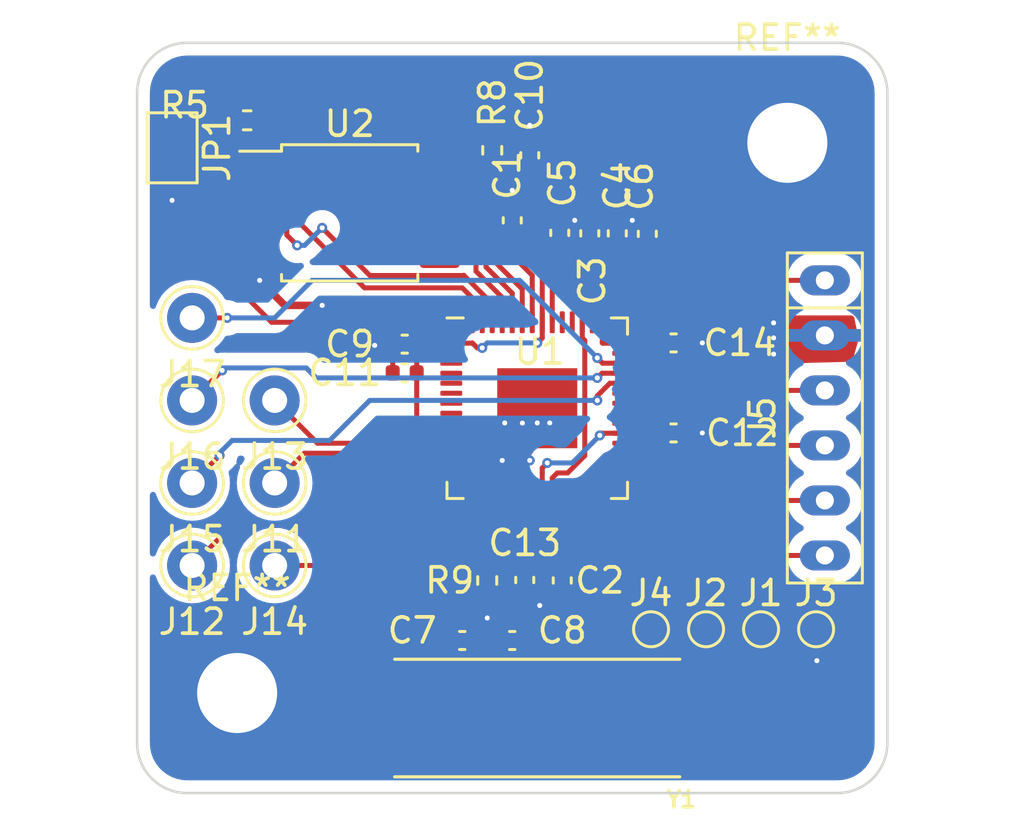
<source format=kicad_pcb>
(kicad_pcb (version 20211014) (generator pcbnew)
  (layers (0 "F.Cu" signal) (31 "B.Cu" signal) (34 "B.Paste" user) (35 "F.Paste" user) (36 "B.SilkS" user "B.Silkscreen") (37 "F.SilkS" user "F.Silkscreen") (38 "B.Mask" user) (39 "F.Mask" user) (44 "Edge.Cuts" user))
  (net 0 "")
  (net 1 "+3V3")
  (net 2 "/GPIO0")
  (net 3 "/GPIO1")
  (net 4 "/GPIO2")
  (net 5 "/GPIO3")
  (net 6 "/GPIO4")
  (net 7 "/GPIO5")
  (net 8 "/GPIO6")
  (net 9 "/GPIO7")
  (net 10 "/GPIO12")
  (net 11 "/GPIO13")
  (net 12 "/GPIO14")
  (net 13 "/GPIO15")
  (net 14 "GND")
  (net 15 "/XTAL_IN")
  (net 16 "/XTAL_OUT")
  (net 17 "+1V1")
  (net 18 "/SWCLK")
  (net 19 "/SWDIO")
  (net 20 "/RESET_N")
  (net 21 "/SPI1_CS_IO9")
  (net 22 "/SPI1_SCK")
  (net 23 "/SPI1_RX")
  (net 24 "/SPI1_TX")
  (net 25 "/GPIO20")
  (net 26 "/GPIO21")
  (net 27 "/GPIO22")
  (net 28 "/GPIO23")
  (net 29 "/GPIO24")
  (net 30 "/GPIO25")
  (net 31 "/GPIO26_ADC0")
  (net 32 "/GPIO27_ADC1")
  (net 33 "/GPIO28_ADC2")
  (net 34 "/GPIO29_ADC3")
  (net 37 "/QSPI_SD3")
  (net 38 "/QSPI_SCLK")
  (net 39 "/QSPI_SD0")
  (net 40 "/QSPI_SD2")
  (net 41 "/QSPI_SD1")
  (net 42 "/QSPI_NSS")
  (net 43 "Net-(C8-Pad2)")
  (net 44 "/BOOTSEL_N")
  (net 45 "/CS")
  (net 46 "/SCLK")
  (net 47 "/RX")
  (net 48 "/TX")
  (footprint "Package_SO:SOIC-8_5.23x5.23mm_P1.27mm" (layer "F.Cu") (at 153.5 81.8)
    (fp_text reference "U2" (at 0 -3.56) (layer "F.SilkS"))
    (fp_text value "W25Q16JVSSIQ")
    (fp_line (start 2.725 2.725) (end 2.725 2.465) (layer "F.SilkS") (width 0.12))
    (fp_line (start 2.725 -2.725) (end 2.725 -2.465) (layer "F.SilkS") (width 0.12))
    (fp_line (start 0 -2.725) (end 2.725 -2.725) (layer "F.SilkS") (width 0.12))
    (fp_line (start -2.725 2.725) (end -2.725 2.465) (layer "F.SilkS") (width 0.12))
    (fp_line (start 0 -2.725) (end -2.725 -2.725) (layer "F.SilkS") (width 0.12))
    (fp_line (start 0 2.725) (end -2.725 2.725) (layer "F.SilkS") (width 0.12))
    (fp_line (start 0 2.725) (end 2.725 2.725) (layer "F.SilkS") (width 0.12))
    (fp_line (start -2.725 -2.465) (end -4.4 -2.465) (layer "F.SilkS") (width 0.12))
    (fp_line (start -2.725 -2.725) (end -2.725 -2.465) (layer "F.SilkS") (width 0.12))
    (pad "1" smd roundrect (at -3.6 -1.905) (size 1.6 0.6) (layers "F.Cu" "F.Paste" "F.Mask") (net 42 "/QSPI_NSS"))
    (pad "2" smd roundrect (at -3.6 -0.635) (size 1.6 0.6) (layers "F.Cu" "F.Paste" "F.Mask") (net 41 "/QSPI_SD1"))
    (pad "3" smd roundrect (at -3.6 0.635) (size 1.6 0.6) (layers "F.Cu" "F.Paste" "F.Mask") (net 40 "/QSPI_SD2"))
    (pad "4" smd roundrect (at -3.6 1.905) (size 1.6 0.6) (layers "F.Cu" "F.Paste" "F.Mask") (net 14 "GND"))
    (pad "5" smd roundrect (at 3.6 1.905) (size 1.6 0.6) (layers "F.Cu" "F.Paste" "F.Mask") (net 39 "/QSPI_SD0"))
    (pad "6" smd roundrect (at 3.6 0.635) (size 1.6 0.6) (layers "F.Cu" "F.Paste" "F.Mask") (net 38 "/QSPI_SCLK"))
    (pad "7" smd roundrect (at 3.6 -0.635) (size 1.6 0.6) (layers "F.Cu" "F.Paste" "F.Mask") (net 37 "/QSPI_SD3"))
    (pad "8" smd roundrect (at 3.6 -1.905) (size 1.6 0.6) (layers "F.Cu" "F.Paste" "F.Mask") (net 1 "+3V3"))
  )
  (footprint "Connector_Pin:Pin_D1.0mm_L10.0mm" (layer "F.Cu") (at 150.5 89.3)
    (fp_text reference "J13" (at 0 2.25) (layer "F.SilkS"))
    (fp_text value "Conn_01x01_Male")
    (fp_circle (center 0 0) (end 1.25 0.05) (layer "F.SilkS") (width 0.12) (fill none))
    (pad "1" thru_hole circle (at 0 0) (size 2 2) (drill 1) (layers *.Cu *.Mask) (net 23 "/SPI1_RX"))
  )
  (footprint "Capacitor_SMD:C_0402_1005Metric" (layer "F.Cu") (at 160 98.9)
    (fp_text reference "C8" (at 2 -0.4) (layer "F.SilkS"))
    (fp_text value "27p")
    (fp_line (start -0.107836 0.36) (end 0.107836 0.36) (layer "F.SilkS") (width 0.12))
    (fp_line (start -0.107836 -0.36) (end 0.107836 -0.36) (layer "F.SilkS") (width 0.12))
    (pad "1" smd roundrect (at -0.48 0) (size 0.56 0.62) (layers "F.Cu" "F.Paste" "F.Mask") (net 14 "GND"))
    (pad "2" smd roundrect (at 0.48 0) (size 0.56 0.62) (layers "F.Cu" "F.Paste" "F.Mask") (net 43 "Net-(C8-Pad2)"))
  )
  (footprint "Capacitor_SMD:C_0402_1005Metric" (layer "F.Cu") (at 164.2 82.62 90)
    (fp_text reference "C4" (at 1.9 0 90) (layer "F.SilkS"))
    (fp_text value "1u" hide)
    (fp_line (start -0.107836 -0.36) (end 0.107836 -0.36) (layer "F.SilkS") (width 0.12))
    (fp_line (start -0.107836 0.36) (end 0.107836 0.36) (layer "F.SilkS") (width 0.12))
    (pad "1" smd roundrect (at -0.48 0 90) (size 0.56 0.62) (layers "F.Cu" "F.Paste" "F.Mask") (net 1 "+3V3"))
    (pad "2" smd roundrect (at 0.48 0 90) (size 0.56 0.62) (layers "F.Cu" "F.Paste" "F.Mask") (net 14 "GND"))
  )
  (footprint "Capacitor_SMD:C_0402_1005Metric" (layer "F.Cu") (at 161.9 82.6 90)
    (fp_text reference "C5" (at 2 0.1 90) (layer "F.SilkS"))
    (fp_text value "100n" hide)
    (fp_line (start -0.107836 0.36) (end 0.107836 0.36) (layer "F.SilkS") (width 0.12))
    (fp_line (start -0.107836 -0.36) (end 0.107836 -0.36) (layer "F.SilkS") (width 0.12))
    (pad "1" smd roundrect (at -0.48 0 90) (size 0.56 0.62) (layers "F.Cu" "F.Paste" "F.Mask") (net 1 "+3V3"))
    (pad "2" smd roundrect (at 0.48 0 90) (size 0.56 0.62) (layers "F.Cu" "F.Paste" "F.Mask") (net 14 "GND"))
  )
  (footprint "TestPoint:TestPoint_Pad_D1.0mm" (layer "F.Cu") (at 169.95 98.45)
    (fp_text reference "J1" (at 0 -1.448) (layer "F.SilkS"))
    (fp_text value "Conn_01x01_Male")
    (fp_circle (center 0 0) (end 0 0.7) (layer "F.SilkS") (width 0.12) (fill none))
    (pad "1" smd circle (at 0 0) (size 1 1) (layers "F.Cu" "F.Mask") (net 20 "/RESET_N"))
  )
  (footprint "Capacitor_SMD:C_0402_1005Metric" (layer "F.Cu") (at 158 98.9 180)
    (fp_text reference "C7" (at 2 0.4) (layer "F.SilkS"))
    (fp_text value "27p")
    (fp_line (start -0.107836 0.36) (end 0.107836 0.36) (layer "F.SilkS") (width 0.12))
    (fp_line (start -0.107836 -0.36) (end 0.107836 -0.36) (layer "F.SilkS") (width 0.12))
    (pad "1" smd roundrect (at -0.48 0 180) (size 0.56 0.62) (layers "F.Cu" "F.Paste" "F.Mask") (net 14 "GND"))
    (pad "2" smd roundrect (at 0.48 0 180) (size 0.56 0.62) (layers "F.Cu" "F.Paste" "F.Mask") (net 15 "/XTAL_IN"))
  )
  (footprint "Capacitor_SMD:C_0402_1005Metric" (layer "F.Cu") (at 165.4 82.64 90)
    (fp_text reference "C6" (at 1.9 -0.3 90) (layer "F.SilkS"))
    (fp_text value "100n")
    (fp_line (start -0.107836 0.36) (end 0.107836 0.36) (layer "F.SilkS") (width 0.12))
    (fp_line (start -0.107836 -0.36) (end 0.107836 -0.36) (layer "F.SilkS") (width 0.12))
    (pad "1" smd roundrect (at -0.48 0 90) (size 0.56 0.62) (layers "F.Cu" "F.Paste" "F.Mask") (net 1 "+3V3"))
    (pad "2" smd roundrect (at 0.48 0 90) (size 0.56 0.62) (layers "F.Cu" "F.Paste" "F.Mask") (net 14 "GND"))
  )
  (footprint "Connector_Pin:Pin_D1.0mm_L10.0mm" (layer "F.Cu") (at 147.2 95.9)
    (fp_text reference "J12" (at 0 2.25) (layer "F.SilkS"))
    (fp_text value "Conn_01x01_Male")
    (fp_circle (center 0 0) (end 1.25 0.05) (layer "F.SilkS") (width 0.12) (fill none))
    (pad "1" thru_hole circle (at 0 0) (size 2 2) (drill 1) (layers *.Cu *.Mask) (net 22 "/SPI1_SCK"))
  )
  (footprint "TestPoint:TestPoint_Pad_D1.0mm" (layer "F.Cu") (at 165.55 98.45)
    (fp_text reference "J4" (at 0 -1.448) (layer "F.SilkS"))
    (fp_text value "Conn_01x01_Male")
    (fp_circle (center 0 0) (end 0 0.7) (layer "F.SilkS") (width 0.12) (fill none))
    (pad "1" smd circle (at 0 0) (size 1 1) (layers "F.Cu" "F.Mask") (net 18 "/SWCLK"))
  )
  (footprint "Resistor_SMD:R_0402_1005Metric" (layer "F.Cu") (at 159 96.5 90)
    (fp_text reference "R9" (at 0 -1.5 180) (layer "F.SilkS"))
    (fp_text value "1k")
    (fp_line (start -0.153641 0.38) (end 0.153641 0.38) (layer "F.SilkS") (width 0.12))
    (fp_line (start -0.153641 -0.38) (end 0.153641 -0.38) (layer "F.SilkS") (width 0.12))
    (pad "1" smd roundrect (at -0.51 0 90) (size 0.54 0.64) (layers "F.Cu" "F.Paste" "F.Mask") (net 43 "Net-(C8-Pad2)"))
    (pad "2" smd roundrect (at 0.51 0 90) (size 0.54 0.64) (layers "F.Cu" "F.Paste" "F.Mask") (net 16 "/XTAL_OUT"))
  )
  (footprint "Capacitor_SMD:C_0402_1005Metric" (layer "F.Cu") (at 160.7 79.5 90)
    (fp_text reference "C10" (at 2.4 0 90) (layer "F.SilkS"))
    (fp_text value "100n")
    (fp_line (start -0.107836 0.36) (end 0.107836 0.36) (layer "F.SilkS") (width 0.12))
    (fp_line (start -0.107836 -0.36) (end 0.107836 -0.36) (layer "F.SilkS") (width 0.12))
    (pad "1" smd roundrect (at -0.48 0 90) (size 0.56 0.62) (layers "F.Cu" "F.Paste" "F.Mask") (net 1 "+3V3"))
    (pad "2" smd roundrect (at 0.48 0 90) (size 0.56 0.62) (layers "F.Cu" "F.Paste" "F.Mask") (net 14 "GND"))
  )
  (footprint "Capacitor_SMD:C_0402_1005Metric" (layer "F.Cu") (at 166.45 87)
    (fp_text reference "C14" (at 2.65 0) (layer "F.SilkS"))
    (fp_text value "100n")
    (fp_line (start -0.107836 -0.36) (end 0.107836 -0.36) (layer "F.SilkS") (width 0.12))
    (fp_line (start -0.107836 0.36) (end 0.107836 0.36) (layer "F.SilkS") (width 0.12))
    (pad "1" smd roundrect (at -0.48 0) (size 0.56 0.62) (layers "F.Cu" "F.Paste" "F.Mask") (net 1 "+3V3"))
    (pad "2" smd roundrect (at 0.48 0) (size 0.56 0.62) (layers "F.Cu" "F.Paste" "F.Mask") (net 14 "GND"))
  )
  (footprint "Connector_Pin:Pin_D1.0mm_L10.0mm" (layer "F.Cu") (at 147.2 92.6)
    (fp_text reference "J15" (at 0 2.25) (layer "F.SilkS"))
    (fp_text value "Conn_01x01_Male")
    (fp_circle (center 0 0) (end 1.25 0.05) (layer "F.SilkS") (width 0.12) (fill none))
    (pad "1" thru_hole circle (at 0 0) (size 2 2) (drill 1) (layers *.Cu *.Mask) (net 31 "/GPIO26_ADC0"))
  )
  (footprint "TestPoint:TestPoint_Pad_D1.0mm" (layer "F.Cu") (at 167.75 98.45)
    (fp_text reference "J2" (at 0 -1.448) (layer "F.SilkS"))
    (fp_text value "Conn_01x01_Male")
    (fp_circle (center 0 0) (end 0 0.7) (layer "F.SilkS") (width 0.12) (fill none))
    (pad "1" smd circle (at 0 0) (size 1 1) (layers "F.Cu" "F.Mask") (net 19 "/SWDIO"))
  )
  (footprint "Capacitor_SMD:C_0402_1005Metric" (layer "F.Cu") (at 160.5 96.48 -90)
    (fp_text reference "C13" (at -1.48 0) (layer "F.SilkS"))
    (fp_text value "100n")
    (fp_line (start -0.107836 0.36) (end 0.107836 0.36) (layer "F.SilkS") (width 0.12))
    (fp_line (start -0.107836 -0.36) (end 0.107836 -0.36) (layer "F.SilkS") (width 0.12))
    (pad "1" smd roundrect (at -0.48 0 270) (size 0.56 0.62) (layers "F.Cu" "F.Paste" "F.Mask") (net 1 "+3V3"))
    (pad "2" smd roundrect (at 0.48 0 270) (size 0.56 0.62) (layers "F.Cu" "F.Paste" "F.Mask") (net 14 "GND"))
  )
  (footprint "MountingHole:MountingHole_3.2mm_M3" (layer "F.Cu") (at 149 101)
    (fp_text reference "REF**" (at 0 -4.2) (layer "F.SilkS"))
    (fp_text value "MountingHole_3.2mm_M3")
    (pad "" np_thru_hole circle (at 0 0) (size 3.2 3.2) (drill 3.2) (layers *.Cu *.Mask))
  )
  (footprint "Capacitor_SMD:C_0402_1005Metric" (layer "F.Cu") (at 163.1 82.62 -90)
    (fp_text reference "C3" (at 1.9 -0.1 90) (layer "F.SilkS"))
    (fp_text value "1u" hide)
    (fp_line (start -0.107836 0.36) (end 0.107836 0.36) (layer "F.SilkS") (width 0.12))
    (fp_line (start -0.107836 -0.36) (end 0.107836 -0.36) (layer "F.SilkS") (width 0.12))
    (pad "1" smd roundrect (at -0.48 0 270) (size 0.56 0.62) (layers "F.Cu" "F.Paste" "F.Mask") (net 14 "GND"))
    (pad "2" smd roundrect (at 0.48 0 270) (size 0.56 0.62) (layers "F.Cu" "F.Paste" "F.Mask") (net 17 "+1V1"))
  )
  (footprint "Capacitor_SMD:C_0402_1005Metric" (layer "F.Cu") (at 155.7 88.2 180)
    (fp_text reference "C11" (at 2.4 0) (layer "F.SilkS"))
    (fp_text value "100n")
    (fp_line (start -0.107836 0.36) (end 0.107836 0.36) (layer "F.SilkS") (width 0.12))
    (fp_line (start -0.107836 -0.36) (end 0.107836 -0.36) (layer "F.SilkS") (width 0.12))
    (pad "1" smd roundrect (at -0.48 0 180) (size 0.56 0.62) (layers "F.Cu" "F.Paste" "F.Mask") (net 1 "+3V3"))
    (pad "2" smd roundrect (at 0.48 0 180) (size 0.56 0.62) (layers "F.Cu" "F.Paste" "F.Mask") (net 14 "GND"))
  )
  (footprint "Capacitor_SMD:C_0402_1005Metric" (layer "F.Cu") (at 166.45 90.6)
    (fp_text reference "C12" (at 2.75 0) (layer "F.SilkS"))
    (fp_text value "100n")
    (fp_line (start -0.107836 -0.36) (end 0.107836 -0.36) (layer "F.SilkS") (width 0.12))
    (fp_line (start -0.107836 0.36) (end 0.107836 0.36) (layer "F.SilkS") (width 0.12))
    (pad "1" smd roundrect (at -0.48 0) (size 0.56 0.62) (layers "F.Cu" "F.Paste" "F.Mask") (net 1 "+3V3"))
    (pad "2" smd roundrect (at 0.48 0) (size 0.56 0.62) (layers "F.Cu" "F.Paste" "F.Mask") (net 14 "GND"))
  )
  (footprint "Connector_Pin:Pin_D1.0mm_L10.0mm" (layer "F.Cu") (at 150.5 95.9)
    (fp_text reference "J14" (at 0 2.25) (layer "F.SilkS"))
    (fp_text value "Conn_01x01_Male")
    (fp_circle (center 0 0) (end 1.25 0.05) (layer "F.SilkS") (width 0.12) (fill none))
    (pad "1" thru_hole circle (at 0 0) (size 2 2) (drill 1) (layers *.Cu *.Mask) (net 24 "/SPI1_TX"))
  )
  (footprint "ABLS-12:XTAL_ABLS-12.000MHZ-B4-T" (layer "F.Cu") (at 161 102 180)
    (fp_text reference "Y1" (at -5.768 -3.2564) (layer "F.SilkS") (effects (font (size 0.64 0.64))))
    (fp_text value "ABLS-12.000MHZ-B4-T")
    (fp_line (start -5.7 2.35) (end 5.7 2.35) (layer "F.SilkS") (width 0.127))
    (fp_line (start -5.7 -2.35) (end 5.7 -2.35) (layer "F.SilkS") (width 0.127))
    (pad "1" smd rect locked (at -4.75 0 180) (size 5.6 2.1) (layers "F.Cu" "F.Paste" "F.Mask") (net 43 "Net-(C8-Pad2)"))
    (pad "2" smd rect locked (at 4.75 0 180) (size 5.6 2.1) (layers "F.Cu" "F.Paste" "F.Mask") (net 15 "/XTAL_IN"))
  )
  (footprint "Capacitor_SMD:C_0402_1005Metric" (layer "F.Cu") (at 162 96.5 -90)
    (fp_text reference "C2" (at 0 -1.5 180) (layer "F.SilkS"))
    (fp_text value "100n")
    (fp_line (start -0.107836 0.36) (end 0.107836 0.36) (layer "F.SilkS") (width 0.12))
    (fp_line (start -0.107836 -0.36) (end 0.107836 -0.36) (layer "F.SilkS") (width 0.12))
    (pad "1" smd roundrect (at -0.48 0 270) (size 0.56 0.62) (layers "F.Cu" "F.Paste" "F.Mask") (net 17 "+1V1"))
    (pad "2" smd roundrect (at 0.48 0 270) (size 0.56 0.62) (layers "F.Cu" "F.Paste" "F.Mask") (net 14 "GND"))
  )
  (footprint "Connector_Pin:Pin_D1.0mm_L10.0mm" (layer "F.Cu") (at 150.5 92.6)
    (fp_text reference "J11" (at 0 2.25) (layer "F.SilkS"))
    (fp_text value "Conn_01x01_Male")
    (fp_circle (center 0 0) (end 1.25 0.05) (layer "F.SilkS") (width 0.12) (fill none))
    (pad "1" thru_hole circle (at 0 0) (size 2 2) (drill 1) (layers *.Cu *.Mask) (net 21 "/SPI1_CS_IO9"))
  )
  (footprint "Resistor_SMD:R_0402_1005Metric" (layer "F.Cu") (at 149.4 78.1)
    (fp_text reference "R5" (at -2.5 -0.6) (layer "F.SilkS"))
    (fp_text value "10k")
    (fp_line (start -0.153641 0.38) (end 0.153641 0.38) (layer "F.SilkS") (width 0.12))
    (fp_line (start -0.153641 -0.38) (end 0.153641 -0.38) (layer "F.SilkS") (width 0.12))
    (pad "1" smd roundrect (at -0.51 0) (size 0.54 0.64) (layers "F.Cu" "F.Paste" "F.Mask") (net 44 "/BOOTSEL_N"))
    (pad "2" smd roundrect (at 0.51 0) (size 0.54 0.64) (layers "F.Cu" "F.Paste" "F.Mask") (net 42 "/QSPI_NSS"))
  )
  (footprint "Resistor_SMD:R_0402_1005Metric" (layer "F.Cu") (at 159.2 79.3 -90)
    (fp_text reference "R8" (at -1.9 0 90) (layer "F.SilkS"))
    (fp_text value "10k")
    (fp_line (start -0.153641 0.38) (end 0.153641 0.38) (layer "F.SilkS") (width 0.12))
    (fp_line (start -0.153641 -0.38) (end 0.153641 -0.38) (layer "F.SilkS") (width 0.12))
    (pad "1" smd roundrect (at -0.51 0 270) (size 0.54 0.64) (layers "F.Cu" "F.Paste" "F.Mask") (net 42 "/QSPI_NSS"))
    (pad "2" smd roundrect (at 0.51 0 270) (size 0.54 0.64) (layers "F.Cu" "F.Paste" "F.Mask") (net 1 "+3V3"))
  )
  (footprint "MountingHole:MountingHole_3.2mm_M3" (layer "F.Cu") (at 171 79)
    (fp_text reference "REF**" (at 0 -4.2) (layer "F.SilkS"))
    (fp_text value "MountingHole_3.2mm_M3")
    (pad "" np_thru_hole circle (at 0 0) (size 3.2 3.2) (drill 3.2) (layers *.Cu *.Mask))
  )
  (footprint "Package_DFN_QFN:QFN-56-1EP_7x7mm_P0.4mm_EP3.2x3.2mm" (layer "F.Cu") (at 161 89.6125)
    (fp_text reference "U1" (at 0.1 -2.2625) (layer "F.SilkS"))
    (fp_text value "RP2040")
    (fp_line (start -2.96 3.61) (end -3.61 3.61) (layer "F.SilkS") (width 0.12))
    (fp_line (start 3.61 3.61) (end 3.61 2.96) (layer "F.SilkS") (width 0.12))
    (fp_line (start 2.96 3.61) (end 3.61 3.61) (layer "F.SilkS") (width 0.12))
    (fp_line (start 3.61 -3.61) (end 3.61 -2.96) (layer "F.SilkS") (width 0.12))
    (fp_line (start -3.61 3.61) (end -3.61 2.96) (layer "F.SilkS") (width 0.12))
    (fp_line (start -2.96 -3.61) (end -3.61 -3.61) (layer "F.SilkS") (width 0.12))
    (fp_line (start 2.96 -3.61) (end 3.61 -3.61) (layer "F.SilkS") (width 0.12))
    (pad "1" smd roundrect locked (at -3.4375 -2.6) (size 0.875 0.2) (layers "F.Cu" "F.Paste" "F.Mask") (net 1 "+3V3"))
    (pad "2" smd roundrect locked (at -3.4375 -2.2) (size 0.875 0.2) (layers "F.Cu" "F.Paste" "F.Mask") (net 2 "/GPIO0"))
    (pad "3" smd roundrect locked (at -3.4375 -1.8) (size 0.875 0.2) (layers "F.Cu" "F.Paste" "F.Mask") (net 3 "/GPIO1"))
    (pad "4" smd roundrect locked (at -3.4375 -1.4) (size 0.875 0.2) (layers "F.Cu" "F.Paste" "F.Mask") (net 4 "/GPIO2"))
    (pad "5" smd roundrect locked (at -3.4375 -1) (size 0.875 0.2) (layers "F.Cu" "F.Paste" "F.Mask") (net 5 "/GPIO3"))
    (pad "6" smd roundrect locked (at -3.4375 -0.6) (size 0.875 0.2) (layers "F.Cu" "F.Paste" "F.Mask") (net 6 "/GPIO4"))
    (pad "7" smd roundrect locked (at -3.4375 -0.2) (size 0.875 0.2) (layers "F.Cu" "F.Paste" "F.Mask") (net 7 "/GPIO5"))
    (pad "8" smd roundrect locked (at -3.4375 0.2) (size 0.875 0.2) (layers "F.Cu" "F.Paste" "F.Mask") (net 8 "/GPIO6"))
    (pad "9" smd roundrect locked (at -3.4375 0.6) (size 0.875 0.2) (layers "F.Cu" "F.Paste" "F.Mask") (net 9 "/GPIO7"))
    (pad "10" smd roundrect locked (at -3.4375 1) (size 0.875 0.2) (layers "F.Cu" "F.Paste" "F.Mask") (net 1 "+3V3"))
    (pad "11" smd roundrect locked (at -3.4375 1.4) (size 0.875 0.2) (layers "F.Cu" "F.Paste" "F.Mask") (net 23 "/SPI1_RX"))
    (pad "12" smd roundrect locked (at -3.4375 1.8) (size 0.875 0.2) (layers "F.Cu" "F.Paste" "F.Mask") (net 21 "/SPI1_CS_IO9"))
    (pad "13" smd roundrect locked (at -3.4375 2.2) (size 0.875 0.2) (layers "F.Cu" "F.Paste" "F.Mask") (net 22 "/SPI1_SCK"))
    (pad "14" smd roundrect locked (at -3.4375 2.6) (size 0.875 0.2) (layers "F.Cu" "F.Paste" "F.Mask") (net 24 "/SPI1_TX"))
    (pad "15" smd roundrect locked (at -2.6 3.4375) (size 0.2 0.875) (layers "F.Cu" "F.Paste" "F.Mask") (net 10 "/GPIO12"))
    (pad "16" smd roundrect locked (at -2.2 3.4375) (size 0.2 0.875) (layers "F.Cu" "F.Paste" "F.Mask") (net 11 "/GPIO13"))
    (pad "17" smd roundrect locked (at -1.8 3.4375) (size 0.2 0.875) (layers "F.Cu" "F.Paste" "F.Mask") (net 12 "/GPIO14"))
    (pad "18" smd roundrect locked (at -1.4 3.4375) (size 0.2 0.875) (layers "F.Cu" "F.Paste" "F.Mask") (net 13 "/GPIO15"))
    (pad "19" smd roundrect locked (at -1 3.4375) (size 0.2 0.875) (layers "F.Cu" "F.Paste" "F.Mask") (net 14 "GND"))
    (pad "20" smd roundrect locked (at -0.6 3.4375) (size 0.2 0.875) (layers "F.Cu" "F.Paste" "F.Mask") (net 15 "/XTAL_IN"))
    (pad "21" smd roundrect locked (at -0.2 3.4375) (size 0.2 0.875) (layers "F.Cu" "F.Paste" "F.Mask") (net 16 "/XTAL_OUT"))
    (pad "22" smd roundrect locked (at 0.2 3.4375) (size 0.2 0.875) (layers "F.Cu" "F.Paste" "F.Mask") (net 1 "+3V3"))
    (pad "23" smd roundrect locked (at 0.6 3.4375) (size 0.2 0.875) (layers "F.Cu" "F.Paste" "F.Mask") (net 17 "+1V1"))
    (pad "24" smd roundrect locked (at 1 3.4375) (size 0.2 0.875) (layers "F.Cu" "F.Paste" "F.Mask") (net 18 "/SWCLK"))
    (pad "25" smd roundrect locked (at 1.4 3.4375) (size 0.2 0.875) (layers "F.Cu" "F.Paste" "F.Mask") (net 19 "/SWDIO"))
    (pad "26" smd roundrect locked (at 1.8 3.4375) (size 0.2 0.875) (layers "F.Cu" "F.Paste" "F.Mask") (net 20 "/RESET_N"))
    (pad "27" smd roundrect locked (at 2.2 3.4375) (size 0.2 0.875) (layers "F.Cu" "F.Paste" "F.Mask") (net 47 "/RX"))
    (pad "28" smd roundrect locked (at 2.6 3.4375) (size 0.2 0.875) (layers "F.Cu" "F.Paste" "F.Mask") (net 45 "/CS"))
    (pad "29" smd roundrect locked (at 3.4375 2.6) (size 0.875 0.2) (layers "F.Cu" "F.Paste" "F.Mask") (net 46 "/SCLK"))
    (pad "30" smd roundrect locked (at 3.4375 2.2) (size 0.875 0.2) (layers "F.Cu" "F.Paste" "F.Mask") (net 48 "/TX"))
    (pad "31" smd roundrect locked (at 3.4375 1.8) (size 0.875 0.2) (layers "F.Cu" "F.Paste" "F.Mask") (net 25 "/GPIO20"))
    (pad "32" smd roundrect locked (at 3.4375 1.4) (size 0.875 0.2) (layers "F.Cu" "F.Paste" "F.Mask") (net 26 "/GPIO21"))
    (pad "33" smd roundrect locked (at 3.4375 1) (size 0.875 0.2) (layers "F.Cu" "F.Paste" "F.Mask") (net 1 "+3V3"))
    (pad "34" smd roundrect locked (at 3.4375 0.6) (size 0.875 0.2) (layers "F.Cu" "F.Paste" "F.Mask") (net 27 "/GPIO22"))
    (pad "35" smd roundrect locked (at 3.4375 0.2) (size 0.875 0.2) (layers "F.Cu" "F.Paste" "F.Mask") (net 28 "/GPIO23"))
    (pad "36" smd roundrect locked (at 3.4375 -0.2) (size 0.875 0.2) (layers "F.Cu" "F.Paste" "F.Mask") (net 29 "/GPIO24"))
    (pad "37" smd roundrect locked (at 3.4375 -0.6) (size 0.875 0.2) (layers "F.Cu" "F.Paste" "F.Mask") (net 30 "/GPIO25"))
    (pad "38" smd roundrect locked (at 3.4375 -1) (size 0.875 0.2) (layers "F.Cu" "F.Paste" "F.Mask") (net 31 "/GPIO26_ADC0"))
    (pad "39" smd roundrect locked (at 3.4375 -1.4) (size 0.875 0.2) (layers "F.Cu" "F.Paste" "F.Mask") (net 32 "/GPIO27_ADC1"))
    (pad "40" smd roundrect locked (at 3.4375 -1.8) (size 0.875 0.2) (layers "F.Cu" "F.Paste" "F.Mask") (net 33 "/GPIO28_ADC2"))
    (pad "41" smd roundrect locked (at 3.4375 -2.2) (size 0.875 0.2) (layers "F.Cu" "F.Paste" "F.Mask") (net 34 "/GPIO29_ADC3"))
    (pad "42" smd roundrect locked (at 3.4375 -2.6) (size 0.875 0.2) (layers "F.Cu" "F.Paste" "F.Mask") (net 1 "+3V3"))
    (pad "43" smd roundrect locked (at 2.6 -3.4375) (size 0.2 0.875) (layers "F.Cu" "F.Paste" "F.Mask") (net 1 "+3V3"))
    (pad "44" smd roundrect locked (at 2.2 -3.4375) (size 0.2 0.875) (layers "F.Cu" "F.Paste" "F.Mask") (net 1 "+3V3"))
    (pad "45" smd roundrect locked (at 1.8 -3.4375) (size 0.2 0.875) (layers "F.Cu" "F.Paste" "F.Mask") (net 17 "+1V1"))
    (pad "46" smd roundrect locked (at 1.4 -3.4375) (size 0.2 0.875) (layers "F.Cu" "F.Paste" "F.Mask"))
    (pad "47" smd roundrect locked (at 1 -3.4375) (size 0.2 0.875) (layers "F.Cu" "F.Paste" "F.Mask"))
    (pad "48" smd roundrect locked (at 0.6 -3.4375) (size 0.2 0.875) (layers "F.Cu" "F.Paste" "F.Mask") (net 1 "+3V3"))
    (pad "49" smd roundrect locked (at 0.2 -3.4375) (size 0.2 0.875) (layers "F.Cu" "F.Paste" "F.Mask") (net 1 "+3V3"))
    (pad "50" smd roundrect locked (at -0.2 -3.4375) (size 0.2 0.875) (layers "F.Cu" "F.Paste" "F.Mask") (net 17 "+1V1"))
    (pad "51" smd roundrect locked (at -0.6 -3.4375) (size 0.2 0.875) (layers "F.Cu" "F.Paste" "F.Mask") (net 37 "/QSPI_SD3"))
    (pad "52" smd roundrect locked (at -1 -3.4375) (size 0.2 0.875) (layers "F.Cu" "F.Paste" "F.Mask") (net 38 "/QSPI_SCLK"))
    (pad "53" smd roundrect locked (at -1.4 -3.4375) (size 0.2 0.875) (layers "F.Cu" "F.Paste" "F.Mask") (net 39 "/QSPI_SD0"))
    (pad "54" smd roundrect locked (at -1.8 -3.4375) (size 0.2 0.875) (layers "F.Cu" "F.Paste" "F.Mask") (net 40 "/QSPI_SD2"))
    (pad "55" smd roundrect locked (at -2.2 -3.4375) (size 0.2 0.875) (layers "F.Cu" "F.Paste" "F.Mask") (net 41 "/QSPI_SD1"))
    (pad "56" smd roundrect locked (at -2.6 -3.4375) (size 0.2 0.875) (layers "F.Cu" "F.Paste" "F.Mask") (net 42 "/QSPI_NSS"))
    (pad "57" smd rect locked (at 0 0) (size 3.2 3.2) (layers "F.Cu" "F.Mask") (net 14 "GND"))
  )
  (footprint "TestPoint:TestPoint_Pad_D1.0mm" (layer "F.Cu") (at 172.15 98.45)
    (fp_text reference "J3" (at 0 -1.448) (layer "F.SilkS"))
    (fp_text value "Conn_01x01_Male")
    (fp_circle (center 0 0) (end 0 0.7) (layer "F.SilkS") (width 0.12) (fill none))
    (pad "1" smd circle (at 0 0) (size 1 1) (layers "F.Cu" "F.Mask") (net 14 "GND"))
  )
  (footprint "Prototroller:Mag_Pogo_6P_P2.2mm_Male" (layer "F.Cu") (at 172.5 90 -90)
    (fp_text reference "J5" (at 0 2.5 90) (layer "F.SilkS"))
    (fp_text value "Conn_01x06_Male")
    (fp_line (start -6.6 -1.5) (end 6.6 -1.5) (layer "F.SilkS") (width 0.12))
    (fp_line (start -6.6 1.5) (end -6.6 -1.5) (layer "F.SilkS") (width 0.12))
    (fp_line (start -4.4 -1.5) (end -4.4 1.5) (layer "F.SilkS") (width 0.12))
    (fp_line (start 6.6 1.5) (end -6.6 1.5) (layer "F.SilkS") (width 0.12))
    (fp_line (start 6.6 -1.5) (end 6.6 1.5) (layer "F.SilkS") (width 0.12))
    (pad "1" thru_hole oval (at -5.5 0 270) (size 1.2 2) (drill 0.72) (layers *.Cu *.Mask) (net 1 "+3V3"))
    (pad "2" thru_hole oval (at -3.3 0 270) (size 1.2 2) (drill 0.72) (layers *.Cu *.Mask) (net 14 "GND"))
    (pad "3" thru_hole oval (at -1.1 0 270) (size 1.2 2) (drill 0.72) (layers *.Cu *.Mask) (net 48 "/TX"))
    (pad "4" thru_hole oval (at 1.1 0 270) (size 1.2 2) (drill 0.72) (layers *.Cu *.Mask) (net 46 "/SCLK"))
    (pad "5" thru_hole oval (at 3.3 0 270) (size 1.2 2) (drill 0.72) (layers *.Cu *.Mask) (net 45 "/CS"))
    (pad "6" thru_hole oval (at 5.5 0 270) (size 1.2 2) (drill 0.72) (layers *.Cu *.Mask) (net 47 "/RX"))
  )
  (footprint "Capacitor_SMD:C_0402_1005Metric" (layer "F.Cu") (at 160 82.1 90)
    (fp_text reference "C1" (at 1.8 -0.2 90) (layer "F.SilkS"))
    (fp_text value "100n")
    (fp_line (start -0.107836 0.36) (end 0.107836 0.36) (layer "F.SilkS") (width 0.12))
    (fp_line (start -0.107836 -0.36) (end 0.107836 -0.36) (layer "F.SilkS") (width 0.12))
    (pad "1" smd roundrect (at -0.48 0 90) (size 0.56 0.62) (layers "F.Cu" "F.Paste" "F.Mask") (net 17 "+1V1"))
    (pad "2" smd roundrect (at 0.48 0 90) (size 0.56 0.62) (layers "F.Cu" "F.Paste" "F.Mask") (net 14 "GND"))
  )
  (footprint "Connector_Pin:Pin_D1.0mm_L10.0mm" (layer "F.Cu") (at 147.2 89.3)
    (fp_text reference "J16" (at 0 2.25) (layer "F.SilkS"))
    (fp_text value "Conn_01x01_Male")
    (fp_circle (center 0 0) (end 1.25 0.05) (layer "F.SilkS") (width 0.12) (fill none))
    (pad "1" thru_hole circle (at 0 0) (size 2 2) (drill 1) (layers *.Cu *.Mask) (net 32 "/GPIO27_ADC1"))
  )
  (footprint "Connector_Pin:Pin_D1.0mm_L10.0mm" (layer "F.Cu") (at 147.2 86)
    (fp_text reference "J17" (at 0 2.25) (layer "F.SilkS"))
    (fp_text value "Conn_01x01_Male")
    (fp_circle (center 0 0) (end 1.25 0.05) (layer "F.SilkS") (width 0.12) (fill none))
    (pad "1" thru_hole circle (at 0 0) (size 2 2) (drill 1) (layers *.Cu *.Mask) (net 33 "/GPIO28_ADC2"))
  )
  (footprint "Jumper:SolderJumper-2_P1.3mm_Open_Pad1.0x1.5mm" (layer "F.Cu") (at 146.4 79.2 -90)
    (fp_text reference "JP1" (at 0 -1.8 90) (layer "F.SilkS"))
    (fp_text value "Jumper_2_Open")
    (fp_line (start -1.4 -1) (end 1.4 -1) (layer "F.SilkS") (width 0.12))
    (fp_line (start 1.4 -1) (end 1.4 1) (layer "F.SilkS") (width 0.12))
    (fp_line (start -1.4 1) (end -1.4 -1) (layer "F.SilkS") (width 0.12))
    (fp_line (start 1.4 1) (end -1.4 1) (layer "F.SilkS") (width 0.12))
    (pad "1" smd rect (at -0.65 0 270) (size 1 1.5) (layers "F.Cu" "F.Mask") (net 44 "/BOOTSEL_N"))
    (pad "2" smd rect (at 0.65 0 270) (size 1 1.5) (layers "F.Cu" "F.Mask") (net 14 "GND"))
  )
  (footprint "Capacitor_SMD:C_0402_1005Metric" (layer "F.Cu") (at 155.7 87.05 180)
    (fp_text reference "C9" (at 2.2 0) (layer "F.SilkS"))
    (fp_text value "100n")
    (fp_line (start -0.107836 -0.36) (end 0.107836 -0.36) (layer "F.SilkS") (width 0.12))
    (fp_line (start -0.107836 0.36) (end 0.107836 0.36) (layer "F.SilkS") (width 0.12))
    (pad "1" smd roundrect (at -0.48 0 180) (size 0.56 0.62) (layers "F.Cu" "F.Paste" "F.Mask") (net 1 "+3V3"))
    (pad "2" smd roundrect (at 0.48 0 180) (size 0.56 0.62) (layers "F.Cu" "F.Paste" "F.Mask") (net 14 "GND"))
  )
  (gr_line (start 145 103) (end 145 77) (layer "Edge.Cuts") (width 0.1))
  (gr_arc (start 175 103) (mid 174.414214 104.414214) (end 173 105) (layer "Edge.Cuts") (width 0.1))
  (gr_arc (start 173 75) (mid 174.414214 75.585786) (end 175 77) (layer "Edge.Cuts") (width 0.1))
  (gr_arc (start 147 105) (mid 145.585786 104.414214) (end 145 103) (layer "Edge.Cuts") (width 0.1))
  (gr_line (start 173 105) (end 147 105) (layer "Edge.Cuts") (width 0.1))
  (gr_line (start 175 77) (end 175 103) (layer "Edge.Cuts") (width 0.1))
  (gr_arc (start 145 77) (mid 145.585786 75.585786) (end 147 75) (layer "Edge.Cuts") (width 0.1))
  (gr_line (start 147 75) (end 173 75) (layer "Edge.Cuts") (width 0.1))
  (segment (start 165.97 90.6) (end 165.7 90.33) (width 0.2) (layer "F.Cu") (net 1))
  (segment (start 158.395 79.895) (end 157.1 79.895) (width 0.2) (layer "F.Cu") (net 1))
  (segment (start 164.4375 87.0125) (end 165.9575 87.0125) (width 0.2) (layer "F.Cu") (net 1))
  (segment (start 164.4375 90.6125) (end 163.5875 90.6125) (width 0.2) (layer "F.Cu") (net 1))
  (segment (start 158.6 87.2) (end 158.8 87.2) (width 0.2) (layer "F.Cu") (net 1))
  (segment (start 156.18 87.05) (end 156.18 88.2) (width 0.2) (layer "F.Cu") (net 1))
  (segment (start 165.7 90.33) (end 165.7 87.27) (width 0.2) (layer "F.Cu") (net 1))
  (segment (start 158.3875 87.0125) (end 158.4 87) (width 0.2) (layer "F.Cu") (net 1))
  (segment (start 161.2 93.05) (end 161.2 93.931372) (width 0.2) (layer "F.Cu") (net 1))
  (segment (start 161.6 86.175) (end 161.6 84) (width 0.2) (layer "F.Cu") (net 1))
  (segment (start 160.7 83.5) (end 160.7 79.98) (width 0.2) (layer "F.Cu") (net 1))
  (segment (start 156.2175 87.0125) (end 156.18 87.05) (width 0.2) (layer "F.Cu") (net 1))
  (segment (start 165.7 87.27) (end 165.97 87) (width 0.2) (layer "F.Cu") (net 1))
  (segment (start 160.9875 87.0125) (end 161 87) (width 0.2) (layer "F.Cu") (net 1))
  (segment (start 161.2 84) (end 160.7 83.5) (width 0.2) (layer "F.Cu") (net 1))
  (segment (start 156.18 90.08) (end 156.7125 90.6125) (width 0.2) (layer "F.Cu") (net 1))
  (segment (start 168.47 84.5) (end 172.5 84.5) (width 0.2) (layer "F.Cu") (net 1))
  (segment (start 161.2 86.8) (end 161.2 86.175) (width 0.2) (layer "F.Cu") (net 1))
  (segment (start 163.6 86.175) (end 163.6 85.4) (width 0.2) (layer "F.Cu") (net 1))
  (segment (start 163.6125 87.0125) (end 163.6 87) (width 0.2) (layer "F.Cu") (net 1))
  (segment (start 158.48 79.98) (end 158.395 79.895) (width 0.2) (layer "F.Cu") (net 1))
  (segment (start 157.5625 87.0125) (end 156.2175 87.0125) (width 0.2) (layer "F.Cu") (net 1))
  (segment (start 163.2 84.7) (end 164.2 83.7) (width 0.2) (layer "F.Cu") (net 1))
  (segment (start 161.2 92) (end 161.4 91.8) (width 0.2) (layer "F.Cu") (net 1))
  (segment (start 158.4 87) (end 158.6 87.2) (width 0.2) (layer "F.Cu") (net 1))
  (segment (start 165.9575 90.6125) (end 165.97 90.6) (width 0.2) (layer "F.Cu") (net 1))
  (segment (start 161.2 93.05) (end 161.2 92.2) (width 0.2) (layer "F.Cu") (net 1))
  (segment (start 161.6 84) (end 161.9 83.7) (width 0.2) (layer "F.Cu") (net 1))
  (segment (start 156.18 88.2) (end 156.18 90.08) (width 0.2) (layer "F.Cu") (net 1))
  (segment (start 163.5875 90.6125) (end 163.5 90.7) (width 0.2) (layer "F.Cu") (net 1))
  (segment (start 160.7 79.98) (end 158.48 79.98) (width 0.2) (layer "F.Cu") (net 1))
  (segment (start 164.4375 90.6125) (end 165.9575 90.6125) (width 0.2) (layer "F.Cu") (net 1))
  (segment (start 165.97 87) (end 168.47 84.5) (width 0.2) (layer "F.Cu") (net 1))
  (segment (start 163.2 86.175) (end 163.2 84.7) (width 0.2) (layer "F.Cu") (net 1))
  (segment (start 161.2 93.931372) (end 160.5 94.631372) (width 0.2) (layer "F.Cu") (net 1))
  (segment (start 163.6 85.4) (end 165.4 83.6) (width 0.2) (layer "F.Cu") (net 1))
  (segment (start 164.4375 87.0125) (end 163.6125 87.0125) (width 0.2) (layer "F.Cu") (net 1))
  (segment (start 161 87) (end 161.2 86.8) (width 0.2) (layer "F.Cu") (net 1))
  (segment (start 165.9575 87.0125) (end 165.97 87) (width 0.2) (layer "F.Cu") (net 1))
  (segment (start 157.5625 87.0125) (end 158.3875 87.0125) (width 0.2) (layer "F.Cu") (net 1))
  (segment (start 161.9 83.7) (end 161.9 83.08) (width 0.2) (layer "F.Cu") (net 1))
  (segment (start 160.5 94.631372) (end 160.5 96) (width 0.2) (layer "F.Cu") (net 1))
  (segment (start 163.6 87) (end 163.6 86.175) (width 0.2) (layer "F.Cu") (net 1))
  (segment (start 165.4 83.6) (end 165.4 83.12) (width 0.2) (layer "F.Cu") (net 1))
  (segment (start 156.7125 90.6125) (end 157.5625 90.6125) (width 0.2) (layer "F.Cu") (net 1))
  (segment (start 161.2 92.2) (end 161.2 92) (width 0.2) (layer "F.Cu") (net 1))
  (segment (start 161.2 86.175) (end 161.2 84) (width 0.2) (layer "F.Cu") (net 1))
  (segment (start 164.2 83.7) (end 164.2 83.1) (width 0.2) (layer "F.Cu") (net 1))
  (via (at 163.5 90.7) (size 0.4) (drill 0.2) (layers "F.Cu" "B.Cu") (net 1))
  (via (at 161 87) (size 0.4) (drill 0.2) (layers "F.Cu" "B.Cu") (net 1))
  (via (at 158.8 87.2) (size 0.4) (drill 0.2) (layers "F.Cu" "B.Cu") (net 1))
  (via (at 161.4 91.8) (size 0.4) (drill 0.2) (layers "F.Cu" "B.Cu") (net 1))
  (segment (start 162.4 91.8) (end 163.5 90.7) (width 0.2) (layer "B.Cu") (net 1))
  (segment (start 161 87) (end 159 87) (width 0.2) (layer "B.Cu") (net 1))
  (segment (start 159 87) (end 158.8 87.2) (width 0.2) (layer "B.Cu") (net 1))
  (segment (start 161.4 91.8) (end 162.4 91.8) (width 0.2) (layer "B.Cu") (net 1))
  (segment (start 172.15 99.65) (end 172.181401 99.705824) (width 0.2) (layer "F.Cu") (net 14))
  (segment (start 166.93 87) (end 167.6 87) (width 0.3) (layer "F.Cu") (net 14))
  (segment (start 160.7 79.02) (end 160.7 78.3) (width 0.2) (layer "F.Cu") (net 14))
  (segment (start 160 81.62) (end 160 80.9) (width 0.2) (layer "F.Cu") (net 14))
  (segment (start 160 90.6125) (end 160.40625 90.20625) (width 0.2) (layer "F.Cu") (net 14))
  (segment (start 172.181401 99.705824) (end 172.2 99.7) (width 0.2) (layer "F.Cu") (net 14))
  (segment (start 160.40625 90.20625) (end 161 89.6125) (width 0.2) (layer "F.Cu") (net 14))
  (segment (start 150.9 85.5) (end 149.9 84.5) (width 0.3) (layer "F.Cu") (net 14))
  (segment (start 160 93.05) (end 160 90.6125) (width 0.2) (layer "F.Cu") (net 14))
  (segment (start 172.15 98.45) (end 172.15 99.65) (width 0.2) (layer "F.Cu") (net 14))
  (segment (start 152.4 85.5) (end 150.9 85.5) (width 0.3) (layer "F.Cu") (net 14))
  (segment (start 146.4 79.85) (end 146.4 81.3) (width 0.3) (layer "F.Cu") (net 14))
  (segment (start 155.22 87.05) (end 154.55 87.05) (width 0.3) (layer "F.Cu") (net 14))
  (segment (start 166.93 90.6) (end 167.6 90.6) (width 0.3) (layer "F.Cu") (net 14))
  (segment (start 149.9 83.705) (end 149.9 84.5) (width 0.2) (layer "F.Cu") (net 14))
  (segment (start 155.22 88.2) (end 155.22 87.05) (width 0.2) (layer "F.Cu") (net 14))
  (segment (start 154.55 87.05) (end 154.5 87.1) (width 0.3) (layer "F.Cu") (net 14))
  (via (at 170.45 86.8) (size 0.4) (drill 0.2) (layers "F.Cu" "B.Cu") (net 14))
  (via (at 161.1 97.5) (size 0.4) (drill 0.2) (layers "F.Cu" "B.Cu") (net 14))
  (via (at 162.5 82.1) (size 0.4) (drill 0.2) (layers "F.Cu" "B.Cu") (net 14))
  (via (at 152.4 85.5) (size 0.4) (drill 0.2) (layers "F.Cu" "B.Cu") (net 14))
  (via (at 160.7 91.7) (size 0.4) (drill 0.2) (layers "F.Cu" "B.Cu") (net 14))
  (via (at 149.9 84.5) (size 0.4) (drill 0.2) (layers "F.Cu" "B.Cu") (net 14))
  (via (at 160.7 78.3) (size 0.4) (drill 0.2) (layers "F.Cu" "B.Cu") (net 14))
  (via (at 161 90.2) (size 0.4) (drill 0.2) (layers "F.Cu" "B.Cu") (net 14))
  (via (at 159 98) (size 0.4) (drill 0.2) (layers "F.Cu" "B.Cu") (net 14))
  (via (at 160 80.9) (size 0.4) (drill 0.2) (layers "F.Cu" "B.Cu") (net 14))
  (via (at 167.6 87) (size 0.4) (drill 0.2) (layers "F.Cu" "B.Cu") (net 14))
  (via (at 146.4 81.3) (size 0.4) (drill 0.2) (layers "F.Cu" "B.Cu") (net 14))
  (via (at 159.6 91.7) (size 0.4) (drill 0.2) (layers "F.Cu" "B.Cu") (net 14))
  (via (at 172.181401 99.705824) (size 0.4) (drill 0.2) (layers "F.Cu" "B.Cu") (net 14))
  (via (at 154.5 87.1) (size 0.4) (drill 0.2) (layers "F.Cu" "B.Cu") (net 14))
  (via (at 164.8 82.1) (size 0.4) (drill 0.2) (layers "F.Cu" "B.Cu") (net 14))
  (via (at 161.5 90.2) (size 0.4) (drill 0.2) (layers "F.Cu" "B.Cu") (net 14))
  (via (at 170.45 86.2) (size 0.4) (drill 0.2) (layers "F.Cu" "B.Cu") (net 14))
  (via (at 159.7 90.2) (size 0.4) (drill 0.2) (layers "F.Cu" "B.Cu") (net 14))
  (via (at 160.40625 90.20625) (size 0.4) (drill 0.2) (layers "F.Cu" "B.Cu") (net 14))
  (via (at 170.45 87.45) (size 0.4) (drill 0.2) (layers "F.Cu" "B.Cu") (net 14))
  (via (at 167.6 90.6) (size 0.4) (drill 0.2) (layers "F.Cu" "B.Cu") (net 14))
  (segment (start 157.52 98.9) (end 156.25 100.17) (width 0.2) (layer "F.Cu") (net 15))
  (segment (start 157.52 96.48) (end 160.4 93.6) (width 0.2) (layer "F.Cu") (net 15))
  (segment (start 156.25 100.17) (end 156.25 102) (width 0.2) (layer "F.Cu") (net 15))
  (segment (start 157.52 98.9) (end 157.52 96.48) (width 0.2) (layer "F.Cu") (net 15))
  (segment (start 160.4 93.6) (end 160.4 93.05) (width 0.2) (layer "F.Cu") (net 15))
  (segment (start 159.5 95.065686) (end 159.5 95.49) (width 0.2) (layer "F.Cu") (net 16))
  (segment (start 160.8 93.765686) (end 159.5 95.065686) (width 0.2) (layer "F.Cu") (net 16))
  (segment (start 160.8 93.05) (end 160.8 93.765686) (width 0.2) (layer "F.Cu") (net 16))
  (segment (start 159.5 95.49) (end 159 95.99) (width 0.2) (layer "F.Cu") (net 16))
  (segment (start 162.8 86.8) (end 162.8 86.175) (width 0.2) (layer "F.Cu") (net 17))
  (segment (start 161.6 95.1) (end 162 95.5) (width 0.2) (layer "F.Cu") (net 17))
  (segment (start 161.8 92.2) (end 162.2125 92.2) (width 0.2) (layer "F.Cu") (net 17))
  (segment (start 163.1 83.7) (end 163.1 83.1) (width 0.2) (layer "F.Cu") (net 17))
  (segment (start 160.8 86.175) (end 160.8 84.3) (width 0.2) (layer "F.Cu") (net 17))
  (segment (start 162.9 91.5125) (end 162.9 86.9) (width 0.2) (layer "F.Cu") (net 17))
  (segment (start 160.2 82.78) (end 160 82.58) (width 0.2) (layer "F.Cu") (net 17))
  (segment (start 162.9 86.9) (end 162.8 86.8) (width 0.2) (layer "F.Cu") (net 17))
  (segment (start 161.6 92.4) (end 161.8 92.2) (width 0.2) (layer "F.Cu") (net 17))
  (segment (start 161.6 93.05) (end 161.6 92.4) (width 0.2) (layer "F.Cu") (net 17))
  (segment (start 160.8 84.3) (end 160 83.5) (width 0.2) (layer "F.Cu") (net 17))
  (segment (start 162.8 84) (end 163.1 83.7) (width 0.2) (layer "F.Cu") (net 17))
  (segment (start 162.8 86.175) (end 162.8 84) (width 0.2) (layer "F.Cu") (net 17))
  (segment (start 162 95.5) (end 162 96.02) (width 0.2) (layer "F.Cu") (net 17))
  (segment (start 160 83.5) (end 160 82.58) (width 0.2) (layer "F.Cu") (net 17))
  (segment (start 162.2125 92.2) (end 162.9 91.5125) (width 0.2) (layer "F.Cu") (net 17))
  (segment (start 161.6 93.05) (end 161.6 95.1) (width 0.2) (layer "F.Cu") (net 17))
  (segment (start 162 94.9) (end 165.55 98.45) (width 0.2) (layer "F.Cu") (net 18))
  (segment (start 162 93.05) (end 162 94.9) (width 0.2) (layer "F.Cu") (net 18))
  (segment (start 162.4 94.734314) (end 164.665686 97) (width 0.2) (layer "F.Cu") (net 19))
  (segment (start 164.665686 97) (end 167.25 97) (width 0.2) (layer "F.Cu") (net 19))
  (segment (start 167.75 97.5) (end 167.75 98.45) (width 0.2) (layer "F.Cu") (net 19))
  (segment (start 162.4 93.05) (end 162.4 94.734314) (width 0.2) (layer "F.Cu") (net 19))
  (segment (start 167.25 97) (end 167.75 97.5) (width 0.2) (layer "F.Cu") (net 19))
  (segment (start 168.2 96.6) (end 168.2 96.7) (width 0.2) (layer "F.Cu") (net 20))
  (segment (start 164.684314 96.45) (end 168.05 96.45) (width 0.2) (layer "F.Cu") (net 20))
  (segment (start 162.8 93.05) (end 162.8 94.565686) (width 0.2) (layer "F.Cu") (net 20))
  (segment (start 168.2 96.7) (end 169.95 98.45) (width 0.2) (layer "F.Cu") (net 20))
  (segment (start 168.05 96.45) (end 168.2 96.6) (width 0.2) (layer "F.Cu") (net 20))
  (segment (start 162.8 94.565686) (end 164.684314 96.45) (width 0.2) (layer "F.Cu") (net 20))
  (segment (start 157.5625 91.4125) (end 151.6875 91.4125) (width 0.2) (layer "F.Cu") (net 21))
  (segment (start 151.6875 91.4125) (end 150.5 92.6) (width 0.2) (layer "F.Cu") (net 21))
  (segment (start 152 94.3) (end 148.8 94.3) (width 0.2) (layer "F.Cu") (net 22))
  (segment (start 148.8 94.3) (end 147.2 95.9) (width 0.2) (layer "F.Cu") (net 22))
  (segment (start 154.4875 91.8125) (end 152 94.3) (width 0.2) (layer "F.Cu") (net 22))
  (segment (start 157.5625 91.8125) (end 154.4875 91.8125) (width 0.2) (layer "F.Cu") (net 22))
  (segment (start 157.5625 91.0125) (end 152.2125 91.0125) (width 0.2) (layer "F.Cu") (net 23))
  (segment (start 152.2125 91.0125) (end 150.5 89.3) (width 0.2) (layer "F.Cu") (net 23))
  (segment (start 157.5625 92.2125) (end 155.9875 92.2125) (width 0.2) (layer "F.Cu") (net 24))
  (segment (start 152.3 95.9) (end 150.5 95.9) (width 0.2) (layer "F.Cu") (net 24))
  (segment (start 155.9875 92.2125) (end 152.3 95.9) (width 0.2) (layer "F.Cu") (net 24))
  (segment (start 147.2 92.6) (end 148.3 91.5) (width 0.2) (layer "F.Cu") (net 31))
  (segment (start 163.4 89.117525) (end 163.4 89.3) (width 0.2) (layer "F.Cu") (net 31))
  (segment (start 164.4375 88.6125) (end 163.905025 88.6125) (width 0.2) (layer "F.Cu") (net 31))
  (segment (start 163.905025 88.6125) (end 163.4 89.117525) (width 0.2) (layer "F.Cu") (net 31))
  (via (at 163.4 89.3) (size 0.4) (drill 0.2) (layers "F.Cu" "B.Cu") (net 31))
  (via (at 148.3 91.5) (size 0.4) (drill 0.2) (layers "F.Cu" "B.Cu") (net 31))
  (segment (start 148.8 90.9) (end 148.3 91.4) (width 0.2) (layer "B.Cu") (net 31))
  (segment (start 152.7 90.9) (end 148.8 90.9) (width 0.2) (layer "B.Cu") (net 31))
  (segment (start 163.4 89.3) (end 154.3 89.3) (width 0.2) (layer "B.Cu") (net 31))
  (segment (start 154.3 89.3) (end 152.7 90.9) (width 0.2) (layer "B.Cu") (net 31))
  (segment (start 148.3 91.4) (end 148.3 91.5) (width 0.2) (layer "B.Cu") (net 31))
  (segment (start 163.5875 88.2125) (end 163.4 88.4) (width 0.2) (layer "F.Cu") (net 32))
  (segment (start 164.4375 88.2125) (end 163.5875 88.2125) (width 0.2) (layer "F.Cu") (net 32))
  (segment (start 147.2 89.3) (end 148.4 88.1) (width 0.2) (layer "F.Cu") (net 32))
  (via (at 148.4 88.1) (size 0.4) (drill 0.2) (layers "F.Cu" "B.Cu") (net 32))
  (via (at 163.4 88.4) (size 0.4) (drill 0.2) (layers "F.Cu" "B.Cu") (net 32))
  (segment (start 152.161522 88.4) (end 151.761522 88) (width 0.2) (layer "B.Cu") (net 32))
  (segment (start 148.5 88) (end 148.4 88.1) (width 0.2) (layer "B.Cu") (net 32))
  (segment (start 163.4 88.4) (end 152.161522 88.4) (width 0.2) (layer "B.Cu") (net 32))
  (segment (start 151.761522 88) (end 148.5 88) (width 0.2) (layer "B.Cu") (net 32))
  (segment (start 147.2 86) (end 148.6 86) (width 0.2) (layer "F.Cu") (net 33))
  (segment (start 163.6125 87.8125) (end 163.4 87.6) (width 0.2) (layer "F.Cu") (net 33))
  (segment (start 164.4375 87.8125) (end 163.6125 87.8125) (width 0.2) (layer "F.Cu") (net 33))
  (via (at 163.4 87.6) (size 0.4) (drill 0.2) (layers "F.Cu" "B.Cu") (net 33))
  (via (at 148.6 86) (size 0.4) (drill 0.2) (layers "F.Cu" "B.Cu") (net 33))
  (segment (start 160.3 84.5) (end 152 84.5) (width 0.2) (layer "B.Cu") (net 33))
  (segment (start 163.4 87.6) (end 160.3 84.5) (width 0.2) (layer "B.Cu") (net 33))
  (segment (start 150.5 86) (end 148.6 86) (width 0.2) (layer "B.Cu") (net 33))
  (segment (start 152 84.5) (end 150.5 86) (width 0.2) (layer "B.Cu") (net 33))
  (segment (start 159.35 81.75) (end 159.35 83.8) (width 0.2) (layer "F.Cu") (net 37))
  (segment (start 158.765 81.165) (end 159.35 81.75) (width 0.2) (layer "F.Cu") (net 37))
  (segment (start 160.4 84.85) (end 160.4 86.175) (width 0.2) (layer "F.Cu") (net 37))
  (segment (start 159.35 83.8) (end 160.4 84.85) (width 0.2) (layer "F.Cu") (net 37))
  (segment (start 157.1 81.165) (end 158.765 81.165) (width 0.2) (layer "F.Cu") (net 37))
  (segment (start 160 86.175) (end 160 85.015686) (width 0.2) (layer "F.Cu") (net 38))
  (segment (start 157.135 82.4) (end 157.1 82.435) (width 0.2) (layer "F.Cu") (net 38))
  (segment (start 158.35 82.4) (end 157.135 82.4) (width 0.2) (layer "F.Cu") (net 38))
  (segment (start 160 85.015686) (end 158.95 83.965685) (width 0.2) (layer "F.Cu") (net 38))
  (segment (start 158.95 83) (end 158.35 82.4) (width 0.2) (layer "F.Cu") (net 38))
  (segment (start 158.95 83.965685) (end 158.95 83) (width 0.2) (layer "F.Cu") (net 38))
  (segment (start 157.1 83.705) (end 158.55 83.705) (width 0.2) (layer "F.Cu") (net 39))
  (segment (start 158.55 83.705) (end 158.55 84.132843) (width 0.2) (layer "F.Cu") (net 39))
  (segment (start 159.6 85.182843) (end 159.6 86.175) (width 0.2) (layer "F.Cu") (net 39))
  (segment (start 158.55 84.132843) (end 159.6 85.182843) (width 0.2) (layer "F.Cu") (net 39))
  (segment (start 159.2 85.433578) (end 158.066422 84.3) (width 0.2) (layer "F.Cu") (net 40))
  (segment (start 159.2 86.175) (end 159.2 85.433578) (width 0.2) (layer "F.Cu") (net 40))
  (segment (start 150.985 82.435) (end 150.985 82.685) (width 0.2) (layer "F.Cu") (net 40))
  (segment (start 158.066422 84.3) (end 158.05 84.3) (width 0.2) (layer "F.Cu") (net 40))
  (segment (start 158.05 84.3) (end 158.045 84.305) (width 0.2) (layer "F.Cu") (net 40))
  (segment (start 149.9 82.435) (end 150.985 82.435) (width 0.2) (layer "F.Cu") (net 40))
  (segment (start 150.985 82.685) (end 151.4 83.1) (width 0.2) (layer "F.Cu") (net 40))
  (segment (start 158.045 84.305) (end 154.305 84.305) (width 0.2) (layer "F.Cu") (net 40))
  (segment (start 154.305 84.305) (end 152.4 82.4) (width 0.2) (layer "F.Cu") (net 40))
  (via (at 152.4 82.4) (size 0.4) (drill 0.2) (layers "F.Cu" "B.Cu") (net 40))
  (via (at 151.4 83.1) (size 0.4) (drill 0.2) (layers "F.Cu" "B.Cu") (net 40))
  (segment (start 151.7 83.1) (end 152.4 82.4) (width 0.2) (layer "B.Cu") (net 40))
  (segment (start 151.4 83.1) (end 151.7 83.1) (width 0.2) (layer "B.Cu") (net 40))
  (segment (start 151.165 81.872107) (end 151.165 81.165) (width 0.2) (layer "F.Cu") (net 41))
  (segment (start 154.092893 84.8) (end 151.165 81.872107) (width 0.2) (layer "F.Cu") (net 41))
  (segment (start 158.8 86.175) (end 158.8 85.599264) (width 0.2) (layer "F.Cu") (net 41))
  (segment (start 158.8 85.599264) (end 158.000736 84.8) (width 0.2) (layer "F.Cu") (net 41))
  (segment (start 158.000736 84.8) (end 154.092893 84.8) (width 0.2) (layer "F.Cu") (net 41))
  (segment (start 158.8 85.599264) (end 158.75 85.549264) (width 0.2) (layer "F.Cu") (net 41))
  (segment (start 151.165 81.165) (end 149.9 81.165) (width 0.2) (layer "F.Cu") (net 41))
  (segment (start 148.705 79.895) (end 149.9 79.895) (width 0.2) (layer "F.Cu") (net 42))
  (segment (start 158.4 86.175) (end 150.375 86.175) (width 0.2) (layer "F.Cu") (net 42))
  (segment (start 149.91 79.885) (end 149.9 79.895) (width 0.3) (layer "F.Cu") (net 42))
  (segment (start 149.91 78.1) (end 149.91 79.885) (width 0.3) (layer "F.Cu") (net 42))
  (segment (start 159.2 78.79) (end 159.2 78.1) (width 0.3) (layer "F.Cu") (net 42))
  (segment (start 148.3 80.3) (end 148.705 79.895) (width 0.2) (layer "F.Cu") (net 42))
  (segment (start 150.375 86.175) (end 148.3 84.1) (width 0.2) (layer "F.Cu") (net 42))
  (segment (start 148.3 84.1) (end 148.3 80.3) (width 0.2) (layer "F.Cu") (net 42))
  (segment (start 159.2 78.1) (end 149.91 78.1) (width 0.3) (layer "F.Cu") (net 42))
  (segment (start 159.01 97.01) (end 160.5 98.5) (width 0.25) (layer "F.Cu") (net 43))
  (segment (start 160.5 98.5) (end 160.5 98.88) (width 0.25) (layer "F.Cu") (net 43))
  (segment (start 160.5 98.88) (end 160.48 98.9) (width 0.25) (layer "F.Cu") (net 43))
  (segment (start 160.58 99) (end 163 99) (width 0.25) (layer "F.Cu") (net 43))
  (segment (start 163 99) (end 165.75 101.75) (width 0.25) (layer "F.Cu") (net 43))
  (segment (start 165.75 101.75) (end 165.75 102) (width 0.25) (layer "F.Cu") (net 43))
  (segment (start 159 97.01) (end 159.01 97.01) (width 0.25) (layer "F.Cu") (net 43))
  (segment (start 160.48 98.9) (end 160.58 99) (width 0.25) (layer "F.Cu") (net 43))
  (segment (start 147.85 78.55) (end 146.4 78.55) (width 0.3) (layer "F.Cu") (net 44))
  (segment (start 148.3 78.1) (end 147.85 78.55) (width 0.3) (layer "F.Cu") (net 44))
  (segment (start 148.89 78.1) (end 148.3 78.1) (width 0.3) (layer "F.Cu") (net 44))
  (segment (start 170.9 93.3) (end 172.5 93.3) (width 0.2) (layer "F.Cu") (net 45))
  (segment (start 163.6 93.9) (end 163.8 94.1) (width 0.2) (layer "F.Cu") (net 45))
  (segment (start 170.1 94.1) (end 170.9 93.3) (width 0.2) (layer "F.Cu") (net 45))
  (segment (start 163.8 94.1) (end 170.1 94.1) (width 0.2) (layer "F.Cu") (net 45))
  (segment (start 163.6 93.05) (end 163.6 93.9) (width 0.2) (layer "F.Cu") (net 45))
  (segment (start 164.4375 92.2125) (end 169.6375 92.2125) (width 0.2) (layer "F.Cu") (net 46))
  (segment (start 170.75 91.1) (end 172.5 91.1) (width 0.2) (layer "F.Cu") (net 46))
  (segment (start 169.6375 92.2125) (end 170.75 91.1) (width 0.2) (layer "F.Cu") (net 46))
  (segment (start 164.3 95.5) (end 172.5 95.5) (width 0.2) (layer "F.Cu") (net 47))
  (segment (start 163.2 94.4) (end 164.3 95.5) (width 0.2) (layer "F.Cu") (net 47))
  (segment (start 163.2 93.05) (end 163.2 94.4) (width 0.2) (layer "F.Cu") (net 47))
  (segment (start 167.5375 91.8125) (end 170.45 88.9) (width 0.2) (layer "F.Cu") (net 48))
  (segment (start 164.4375 91.8125) (end 167.5375 91.8125) (width 0.2) (layer "F.Cu") (net 48))
  (segment (start 170.45 88.9) (end 172.5 88.9) (width 0.2) (layer "F.Cu") (net 48))
  (zone (net 14) (net_name "GND") (layer "F.Cu") (connect_pads yes (clearance 0.508)) (min_thickness 0.254) (fill yes (thermal_gap 0.508) (thermal_bridge_width 0.508))
    (polygon (pts (xy 161.2 90.9) (xy 161.1 91.8) (xy 159.7 91.9) (xy 159 91) (xy 160.2 90.4)))
  )
  (zone (net 14) (net_name "GND") (layer "F.Cu") (connect_pads yes (clearance 0.508)) (min_thickness 0.254) (fill yes (thermal_gap 0.508) (thermal_bridge_width 0.508))
    (polygon (pts (xy 173.85 86.85) (xy 173.6 87.75) (xy 170.05 87.85) (xy 169.6 87.35) (xy 169.6 86.75) (xy 170.25 85.9) (xy 173.6 85.9) (xy 173.65 85.85)))
  )
  (zone (net 14) (net_name "GND") (layer "F.Cu") (connect_pads yes (clearance 0.508)) (min_thickness 0.254) (fill yes (thermal_gap 0.508) (thermal_bridge_width 0.508))
    (polygon (pts (xy 165.8 82.5) (xy 161.5 82.5) (xy 161.5 81.8) (xy 165.8 81.8)))
  )
  (zone (net 14) (net_name "GND") (layer "B.Cu") (connect_pads (clearance 0.508)) (min_thickness 0.254) (fill yes (thermal_gap 0.508) (thermal_bridge_width 0.508))
    (polygon (pts (xy 175 105.1) (xy 144.9 105) (xy 145.1 75) (xy 175 75)))
  )
)
</source>
